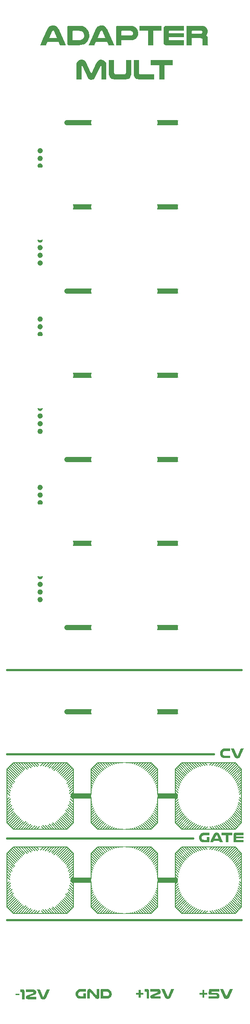
<source format=gto>
G04 #@! TF.GenerationSoftware,KiCad,Pcbnew,8.0.3*
G04 #@! TF.CreationDate,2024-06-29T00:18:08+02:00*
G04 #@! TF.ProjectId,DMH_Adapter_Mult_PANEL,444d485f-4164-4617-9074-65725f4d756c,1*
G04 #@! TF.SameCoordinates,Original*
G04 #@! TF.FileFunction,Legend,Top*
G04 #@! TF.FilePolarity,Positive*
%FSLAX46Y46*%
G04 Gerber Fmt 4.6, Leading zero omitted, Abs format (unit mm)*
G04 Created by KiCad (PCBNEW 8.0.3) date 2024-06-29 00:18:08*
%MOMM*%
%LPD*%
G01*
G04 APERTURE LIST*
%ADD10C,0.200000*%
%ADD11C,1.000000*%
%ADD12C,0.550000*%
%ADD13C,0.400000*%
%ADD14C,0.100000*%
%ADD15C,0.500000*%
%ADD16C,0.500000*%
%ADD17C,12.000000*%
%ADD18C,4.000000*%
%ADD19C,13.000000*%
%ADD20C,2.600000*%
G04 APERTURE END LIST*
D10*
X82250000Y-224000000D02*
X83750000Y-222500000D01*
X92250000Y-211500000D02*
X90500000Y-213250000D01*
X80250000Y-206500000D02*
X82000000Y-204750000D01*
X91750000Y-194500000D02*
X93000000Y-195750000D01*
X96500000Y-197250000D02*
X97750000Y-198500000D01*
X92500000Y-206750000D02*
X90750000Y-205000000D01*
X93000000Y-206250000D02*
X91750000Y-207500000D01*
X126000000Y-199250000D02*
X125250000Y-200000000D01*
X126000000Y-203750000D02*
X125000000Y-202750000D01*
X80750000Y-211500000D02*
X82500000Y-213250000D01*
X105250000Y-211000000D02*
X104500000Y-211750000D01*
X124250000Y-224000000D02*
X122750000Y-222500000D01*
X106750000Y-211000000D02*
X105500000Y-212250000D01*
X88250000Y-224000000D02*
X87500000Y-223250000D01*
X126000000Y-206250000D02*
X124750000Y-207500000D01*
X104200000Y-211000000D02*
X103600000Y-211600000D01*
X125000000Y-207250000D02*
X123250000Y-205500000D01*
X126000000Y-203250000D02*
X125250000Y-202500000D01*
X114250000Y-194500000D02*
X119500000Y-194500000D01*
X101800000Y-207500000D02*
X102400000Y-206900000D01*
X109500000Y-218700000D02*
X108900000Y-218100000D01*
X123750000Y-224000000D02*
X122500000Y-222750000D01*
X113000000Y-218250000D02*
X113500000Y-217750000D01*
X120250000Y-207500000D02*
X119750000Y-207000000D01*
X87700000Y-211000000D02*
X87100000Y-211600000D01*
X98250000Y-224000000D02*
X99750000Y-222500000D01*
X89750000Y-211000000D02*
X88750000Y-212000000D01*
X109500000Y-221250000D02*
X108250000Y-220000000D01*
X119500000Y-207500000D02*
X114250000Y-207500000D01*
D11*
X109250000Y-168000000D02*
X113250000Y-168000000D01*
D10*
X108500000Y-207250000D02*
X106750000Y-205500000D01*
X109500000Y-196750000D02*
X108250000Y-198000000D01*
X91250000Y-211000000D02*
X89750000Y-212500000D01*
X126000000Y-204750000D02*
X124750000Y-203500000D01*
X109500000Y-220750000D02*
X108500000Y-219750000D01*
X109500000Y-215750000D02*
X108750000Y-216500000D01*
X113000000Y-198750000D02*
X113750000Y-199500000D01*
X104250000Y-224000000D02*
X103500000Y-223250000D01*
X103750000Y-224000000D02*
X103250000Y-223500000D01*
X104750000Y-194500000D02*
X104050000Y-195200000D01*
X81750000Y-211000000D02*
X83250000Y-212500000D01*
X96750000Y-212000000D02*
X98500000Y-213750000D01*
X92750000Y-206500000D02*
X91000000Y-204750000D01*
X80000000Y-219750000D02*
X80750000Y-219000000D01*
X113000000Y-206250000D02*
X114750000Y-204500000D01*
X90750000Y-224000000D02*
X89500000Y-222750000D01*
D11*
X91750000Y-102000000D02*
X96750000Y-102000000D01*
D10*
X93000000Y-214250000D02*
X92000000Y-215250000D01*
X114750000Y-211000000D02*
X116250000Y-212500000D01*
X126000000Y-219250000D02*
X125300000Y-218550000D01*
X92250000Y-223500000D02*
X90500000Y-221750000D01*
X96500000Y-217500000D02*
X96500000Y-212250000D01*
X80000000Y-204250000D02*
X81000000Y-203250000D01*
X80000000Y-198250000D02*
X81000000Y-199250000D01*
X113500000Y-223250000D02*
X115250000Y-221500000D01*
X113000000Y-217500000D02*
X113000000Y-212250000D01*
X125250000Y-211500000D02*
X123500000Y-213250000D01*
X100750000Y-207500000D02*
X101500000Y-206750000D01*
X97750000Y-211000000D02*
X99500000Y-212750000D01*
X109500000Y-205750000D02*
X108000000Y-204250000D01*
X106750000Y-207500000D02*
X105500000Y-206250000D01*
X126000000Y-198250000D02*
X125000000Y-199250000D01*
D12*
X86775000Y-95000000D02*
G75*
G02*
X86225000Y-95000000I-275000J0D01*
G01*
X86225000Y-95000000D02*
G75*
G02*
X86775000Y-95000000I275000J0D01*
G01*
D10*
X101800000Y-224000000D02*
X102400000Y-223400000D01*
X113000000Y-218750000D02*
X113750000Y-218000000D01*
X115250000Y-211000000D02*
X116500000Y-212250000D01*
X80000000Y-214250000D02*
X81000000Y-215250000D01*
X109500000Y-204750000D02*
X108250000Y-203500000D01*
X126000000Y-222750000D02*
X124750000Y-224000000D01*
X126000000Y-222750000D02*
X124250000Y-221000000D01*
X80000000Y-196750000D02*
X81500000Y-198250000D01*
X109500000Y-201000000D02*
X109500000Y-206250000D01*
X126000000Y-213250000D02*
X124750000Y-214500000D01*
X80250000Y-212000000D02*
X82000000Y-213750000D01*
X87750000Y-224000000D02*
X87000000Y-223250000D01*
X113250000Y-212000000D02*
X115000000Y-213750000D01*
X80000000Y-212250000D02*
X81750000Y-214000000D01*
X113250000Y-206500000D02*
X115000000Y-204750000D01*
X96500000Y-204250000D02*
X97500000Y-203250000D01*
X100750000Y-211000000D02*
X101500000Y-211750000D01*
D12*
X86775000Y-125000000D02*
G75*
G02*
X86225000Y-125000000I-275000J0D01*
G01*
X86225000Y-125000000D02*
G75*
G02*
X86775000Y-125000000I275000J0D01*
G01*
D10*
X81250000Y-211000000D02*
X83000000Y-212750000D01*
X93000000Y-214750000D02*
X92000000Y-215750000D01*
X96500000Y-215250000D02*
X97250000Y-216000000D01*
X121750000Y-207500000D02*
X121000000Y-206750000D01*
X113000000Y-206250000D02*
X113000000Y-201000000D01*
X108750000Y-223500000D02*
X107000000Y-221750000D01*
X109000000Y-195250000D02*
X107250000Y-197000000D01*
X98250000Y-207500000D02*
X99750000Y-206000000D01*
X115750000Y-224000000D02*
X117000000Y-222750000D01*
X113000000Y-203250000D02*
X113750000Y-202500000D01*
X114250000Y-211000000D02*
X119500000Y-211000000D01*
X107750000Y-207500000D02*
X106250000Y-206000000D01*
X96750000Y-206500000D02*
X98500000Y-204750000D01*
X113000000Y-202250000D02*
X113750000Y-201500000D01*
X96500000Y-200300000D02*
X97100000Y-200900000D01*
X113250000Y-195500000D02*
X115000000Y-197250000D01*
X96500000Y-222750000D02*
X96500000Y-217500000D01*
X113000000Y-220250000D02*
X114000000Y-219250000D01*
X89750000Y-207500000D02*
X88750000Y-206500000D01*
X96500000Y-220250000D02*
X97500000Y-219250000D01*
X107750000Y-194500000D02*
X106250000Y-196000000D01*
D12*
X86775000Y-140500000D02*
G75*
G02*
X86225000Y-140500000I-275000J0D01*
G01*
X86225000Y-140500000D02*
G75*
G02*
X86775000Y-140500000I275000J0D01*
G01*
D10*
X92000000Y-194750000D02*
X90250000Y-196500000D01*
X108250000Y-207500000D02*
X103000000Y-207500000D01*
X91250000Y-207500000D02*
X89750000Y-206000000D01*
X89250000Y-207500000D02*
X88250000Y-206500000D01*
X80750000Y-207000000D02*
X82500000Y-205250000D01*
X115750000Y-211000000D02*
X117000000Y-212250000D01*
X97500000Y-194750000D02*
X99250000Y-196500000D01*
X80000000Y-218750000D02*
X80750000Y-218000000D01*
X107250000Y-224000000D02*
X106000000Y-222750000D01*
D12*
X86775000Y-109000000D02*
G75*
G02*
X86225000Y-109000000I-275000J0D01*
G01*
X86225000Y-109000000D02*
G75*
G02*
X86775000Y-109000000I275000J0D01*
G01*
D10*
X117750000Y-207500000D02*
X118450000Y-206800000D01*
X96500000Y-196750000D02*
X98000000Y-198250000D01*
X96500000Y-205750000D02*
X98000000Y-204250000D01*
X117250000Y-211000000D02*
X118000000Y-211750000D01*
X96500000Y-212250000D02*
X97750000Y-211000000D01*
X108250000Y-224000000D02*
X106500000Y-222250000D01*
X84750000Y-224000000D02*
X85450000Y-223300000D01*
X125500000Y-206750000D02*
X123750000Y-205000000D01*
X105750000Y-224000000D02*
X104750000Y-223000000D01*
D12*
X86775000Y-76000000D02*
G75*
G02*
X86225000Y-76000000I-275000J0D01*
G01*
X86225000Y-76000000D02*
G75*
G02*
X86775000Y-76000000I275000J0D01*
G01*
D10*
X113750000Y-223500000D02*
X115500000Y-221750000D01*
X89250000Y-211000000D02*
X88250000Y-212000000D01*
X109500000Y-216750000D02*
X109000000Y-217250000D01*
X114750000Y-224000000D02*
X116250000Y-222500000D01*
X101250000Y-194500000D02*
X102000000Y-195250000D01*
D12*
X86775000Y-143500000D02*
G75*
G02*
X86225000Y-143500000I-275000J0D01*
G01*
X86225000Y-143500000D02*
G75*
G02*
X86775000Y-143500000I275000J0D01*
G01*
D10*
X109500000Y-206250000D02*
X108250000Y-207500000D01*
X96500000Y-222750000D02*
X98250000Y-221000000D01*
X93000000Y-196750000D02*
X91750000Y-198000000D01*
X80000000Y-201000000D02*
X80000000Y-195750000D01*
X92000000Y-211250000D02*
X90250000Y-213000000D01*
X116750000Y-207500000D02*
X117750000Y-206500000D01*
D11*
X93000000Y-217500000D02*
X96500000Y-217500000D01*
D10*
X83250000Y-194500000D02*
X84250000Y-195500000D01*
X113000000Y-222750000D02*
X114750000Y-221000000D01*
D13*
X80000000Y-225250000D02*
X126000000Y-225250000D01*
D10*
X93000000Y-198250000D02*
X92000000Y-199250000D01*
X98750000Y-224000000D02*
X100250000Y-222500000D01*
X99750000Y-224000000D02*
X100750000Y-223000000D01*
X109500000Y-199750000D02*
X108750000Y-200500000D01*
X80000000Y-221250000D02*
X81250000Y-220000000D01*
X96500000Y-216800000D02*
X97100000Y-217400000D01*
X86500000Y-194500000D02*
X91750000Y-194500000D01*
X96500000Y-204750000D02*
X97750000Y-203500000D01*
X109500000Y-206250000D02*
X107750000Y-204500000D01*
X96500000Y-195750000D02*
X98250000Y-197500000D01*
X80000000Y-197750000D02*
X81000000Y-198750000D01*
X93000000Y-212750000D02*
X91500000Y-214250000D01*
X84750000Y-194500000D02*
X85500000Y-195250000D01*
X80000000Y-222750000D02*
X80000000Y-217500000D01*
X97000000Y-195250000D02*
X98750000Y-197000000D01*
X97250000Y-223500000D02*
X99000000Y-221750000D01*
X96500000Y-198250000D02*
X97500000Y-199250000D01*
X126000000Y-215750000D02*
X125250000Y-216500000D01*
X80750000Y-223500000D02*
X82500000Y-221750000D01*
X81750000Y-207500000D02*
X83250000Y-206000000D01*
X126000000Y-206250000D02*
X124250000Y-204500000D01*
X104750000Y-211000000D02*
X104050000Y-211700000D01*
X113000000Y-213750000D02*
X114250000Y-215000000D01*
D12*
X86775000Y-158000000D02*
G75*
G02*
X86225000Y-158000000I-275000J0D01*
G01*
X86225000Y-158000000D02*
G75*
G02*
X86775000Y-158000000I275000J0D01*
G01*
D10*
X88250000Y-207500000D02*
X87500000Y-206750000D01*
X97500000Y-211250000D02*
X99250000Y-213000000D01*
X80000000Y-216300000D02*
X80600000Y-216900000D01*
X113000000Y-220750000D02*
X114000000Y-219750000D01*
X126000000Y-196250000D02*
X124500000Y-197750000D01*
X93000000Y-199750000D02*
X92250000Y-200500000D01*
X93000000Y-202200000D02*
X92400000Y-201600000D01*
X84250000Y-194500000D02*
X85000000Y-195250000D01*
X83750000Y-211000000D02*
X84750000Y-212000000D01*
D11*
X91750000Y-69000000D02*
X96750000Y-69000000D01*
D10*
X93000000Y-215250000D02*
X92250000Y-216000000D01*
X88250000Y-211000000D02*
X87550000Y-211700000D01*
X114000000Y-211250000D02*
X115750000Y-213000000D01*
X109500000Y-222750000D02*
X107750000Y-221000000D01*
X85750000Y-211000000D02*
X86250000Y-211500000D01*
X121750000Y-224000000D02*
X121000000Y-223250000D01*
X113000000Y-198250000D02*
X114000000Y-199250000D01*
X96500000Y-196250000D02*
X98000000Y-197750000D01*
X96500000Y-201000000D02*
X96500000Y-195750000D01*
X81750000Y-194500000D02*
X83250000Y-196000000D01*
X80500000Y-223250000D02*
X82250000Y-221500000D01*
X96500000Y-205250000D02*
X97750000Y-204000000D01*
X123250000Y-194500000D02*
X122000000Y-195750000D01*
X88750000Y-224000000D02*
X88000000Y-223250000D01*
X117250000Y-207500000D02*
X118000000Y-206750000D01*
X97750000Y-194500000D02*
X103000000Y-194500000D01*
X108750000Y-211500000D02*
X107000000Y-213250000D01*
X96500000Y-215750000D02*
X97200000Y-216450000D01*
X118750000Y-211000000D02*
X119250000Y-211500000D01*
X96500000Y-201750000D02*
X97000000Y-201250000D01*
X116250000Y-224000000D02*
X117250000Y-223000000D01*
X124750000Y-211000000D02*
X123000000Y-212750000D01*
X98750000Y-194500000D02*
X100000000Y-195750000D01*
X96500000Y-219750000D02*
X97250000Y-219000000D01*
X117250000Y-194500000D02*
X118000000Y-195250000D01*
X82750000Y-211000000D02*
X84000000Y-212250000D01*
X113000000Y-222750000D02*
X113000000Y-217500000D01*
X116750000Y-224000000D02*
X117750000Y-223000000D01*
X82250000Y-207500000D02*
X83750000Y-206000000D01*
X105250000Y-224000000D02*
X104500000Y-223250000D01*
X109250000Y-223000000D02*
X107500000Y-221250000D01*
X126000000Y-220250000D02*
X125000000Y-219250000D01*
X126000000Y-213750000D02*
X124750000Y-215000000D01*
X114250000Y-194500000D02*
X116000000Y-196250000D01*
X124250000Y-207500000D02*
X122750000Y-206000000D01*
X123250000Y-224000000D02*
X122000000Y-222750000D01*
D11*
X109250000Y-184500000D02*
X113250000Y-184500000D01*
D10*
X109500000Y-198250000D02*
X108500000Y-199250000D01*
X124750000Y-207500000D02*
X123000000Y-205750000D01*
X80000000Y-220250000D02*
X81000000Y-219250000D01*
X113000000Y-212250000D02*
X114250000Y-211000000D01*
X85800000Y-207500000D02*
X86400000Y-206900000D01*
X124250000Y-194500000D02*
X122750000Y-196000000D01*
X82750000Y-224000000D02*
X84000000Y-222750000D01*
X116750000Y-194500000D02*
X117750000Y-195500000D01*
X96500000Y-212250000D02*
X98250000Y-214000000D01*
X114250000Y-224000000D02*
X116000000Y-222250000D01*
X81000000Y-211250000D02*
X82750000Y-213000000D01*
X109500000Y-197250000D02*
X108250000Y-198500000D01*
X126000000Y-198750000D02*
X125250000Y-199500000D01*
X80000000Y-206250000D02*
X80000000Y-201000000D01*
X109500000Y-196250000D02*
X108000000Y-197750000D01*
X109500000Y-213250000D02*
X108250000Y-214500000D01*
X113000000Y-197250000D02*
X114250000Y-198500000D01*
X103700000Y-211000000D02*
X103100000Y-211600000D01*
X113000000Y-202750000D02*
X113750000Y-202000000D01*
X84750000Y-211000000D02*
X85500000Y-211750000D01*
X80500000Y-206750000D02*
X82250000Y-205000000D01*
X99250000Y-224000000D02*
X100500000Y-222750000D01*
X107250000Y-194500000D02*
X105750000Y-196000000D01*
X100250000Y-224000000D02*
X101250000Y-223000000D01*
X80000000Y-199250000D02*
X80700000Y-199950000D01*
X93000000Y-222750000D02*
X91250000Y-221000000D01*
X101750000Y-211000000D02*
X102500000Y-211750000D01*
X96500000Y-221750000D02*
X97750000Y-220500000D01*
X117750000Y-194500000D02*
X118500000Y-195250000D01*
X104750000Y-224000000D02*
X104000000Y-223250000D01*
X96500000Y-218250000D02*
X97000000Y-217750000D01*
X93000000Y-220250000D02*
X92000000Y-219250000D01*
D12*
X86775000Y-96500000D02*
G75*
G02*
X86225000Y-96500000I-275000J0D01*
G01*
X86225000Y-96500000D02*
G75*
G02*
X86775000Y-96500000I275000J0D01*
G01*
D10*
X80000000Y-213750000D02*
X81250000Y-215000000D01*
X80000000Y-205250000D02*
X81250000Y-204000000D01*
X97250000Y-207000000D02*
X99000000Y-205250000D01*
X83250000Y-224000000D02*
X84250000Y-223000000D01*
X93000000Y-222750000D02*
X91750000Y-224000000D01*
X126000000Y-218700000D02*
X125400000Y-218100000D01*
X80000000Y-212750000D02*
X81500000Y-214250000D01*
X81250000Y-194500000D02*
X83000000Y-196250000D01*
X121750000Y-211000000D02*
X121000000Y-211750000D01*
X126000000Y-205250000D02*
X124500000Y-203750000D01*
X85250000Y-194500000D02*
X86000000Y-195250000D01*
X89250000Y-194500000D02*
X88250000Y-195500000D01*
D12*
X86775000Y-126500000D02*
G75*
G02*
X86225000Y-126500000I-275000J0D01*
G01*
X86225000Y-126500000D02*
G75*
G02*
X86775000Y-126500000I275000J0D01*
G01*
D10*
X93000000Y-205250000D02*
X91500000Y-203750000D01*
X109500000Y-214750000D02*
X108500000Y-215750000D01*
X126000000Y-215250000D02*
X125250000Y-216000000D01*
X96500000Y-214750000D02*
X97500000Y-215750000D01*
X118800000Y-224000000D02*
X119400000Y-223400000D01*
X80000000Y-202750000D02*
X80750000Y-202000000D01*
X91750000Y-211000000D02*
X90000000Y-212750000D01*
X84250000Y-211000000D02*
X85000000Y-211750000D01*
X93000000Y-205750000D02*
X91500000Y-204250000D01*
X125750000Y-206500000D02*
X124000000Y-204750000D01*
X98250000Y-211000000D02*
X99750000Y-212500000D01*
X100750000Y-194500000D02*
X101500000Y-195250000D01*
X80750000Y-195000000D02*
X82500000Y-196750000D01*
X109500000Y-212750000D02*
X108000000Y-214250000D01*
X80000000Y-222250000D02*
X81500000Y-220750000D01*
X93000000Y-217500000D02*
X93000000Y-222750000D01*
X113000000Y-212250000D02*
X114750000Y-214000000D01*
X108250000Y-224000000D02*
X103000000Y-224000000D01*
X114250000Y-207500000D02*
X116000000Y-205750000D01*
X113000000Y-215750000D02*
X113700000Y-216450000D01*
D12*
X86775000Y-159500000D02*
G75*
G02*
X86225000Y-159500000I-275000J0D01*
G01*
X86225000Y-159500000D02*
G75*
G02*
X86775000Y-159500000I275000J0D01*
G01*
D10*
X126000000Y-221750000D02*
X124500000Y-220250000D01*
X93000000Y-212250000D02*
X93000000Y-217500000D01*
X92250000Y-207000000D02*
X90500000Y-205250000D01*
X80250000Y-223000000D02*
X82000000Y-221250000D01*
X90250000Y-211000000D02*
X89000000Y-212250000D01*
X93000000Y-199250000D02*
X92250000Y-200000000D01*
D12*
X86775000Y-74500000D02*
G75*
G02*
X86225000Y-74500000I-275000J0D01*
G01*
X86225000Y-74500000D02*
G75*
G02*
X86775000Y-74500000I275000J0D01*
G01*
D10*
X93000000Y-215750000D02*
X92250000Y-216500000D01*
X82250000Y-194500000D02*
X83500000Y-195750000D01*
X113000000Y-205750000D02*
X114500000Y-204250000D01*
X98250000Y-194500000D02*
X99750000Y-196000000D01*
X80000000Y-203750000D02*
X81000000Y-202750000D01*
X113000000Y-216300000D02*
X113600000Y-216900000D01*
X126000000Y-201700000D02*
X125400000Y-201100000D01*
X101750000Y-194500000D02*
X102500000Y-195250000D01*
X97750000Y-224000000D02*
X96500000Y-222750000D01*
X93000000Y-201000000D02*
X93000000Y-206250000D01*
X105750000Y-211000000D02*
X104750000Y-212000000D01*
X93000000Y-200250000D02*
X92500000Y-200750000D01*
X113000000Y-195750000D02*
X114750000Y-197500000D01*
X99750000Y-207500000D02*
X100750000Y-206500000D01*
X124250000Y-211000000D02*
X122750000Y-212500000D01*
X116750000Y-211000000D02*
X117750000Y-212000000D01*
X102250000Y-194500000D02*
X102750000Y-195000000D01*
X113000000Y-212750000D02*
X114500000Y-214250000D01*
X84250000Y-207500000D02*
X85000000Y-206750000D01*
X96500000Y-203250000D02*
X97250000Y-202500000D01*
X80000000Y-204750000D02*
X81250000Y-203500000D01*
X96500000Y-199800000D02*
X97100000Y-200400000D01*
X113000000Y-195750000D02*
X114250000Y-194500000D01*
X91750000Y-224000000D02*
X90000000Y-222250000D01*
X126000000Y-220750000D02*
X125000000Y-219750000D01*
X109500000Y-222750000D02*
X108250000Y-224000000D01*
X113000000Y-214750000D02*
X114000000Y-215750000D01*
X126000000Y-202750000D02*
X125300000Y-202050000D01*
X126000000Y-196750000D02*
X124750000Y-198000000D01*
X85750000Y-194500000D02*
X86250000Y-195000000D01*
X113000000Y-201750000D02*
X113500000Y-201250000D01*
X108250000Y-194500000D02*
X106500000Y-196250000D01*
X88750000Y-211000000D02*
X88000000Y-211750000D01*
X80000000Y-198750000D02*
X80750000Y-199500000D01*
X120250000Y-224000000D02*
X119750000Y-223500000D01*
X125250000Y-207000000D02*
X123500000Y-205250000D01*
X118300000Y-207500000D02*
X118900000Y-206900000D01*
X86500000Y-207500000D02*
X81250000Y-207500000D01*
X106250000Y-211000000D02*
X105250000Y-212000000D01*
X109500000Y-219250000D02*
X108800000Y-218550000D01*
X122250000Y-207500000D02*
X121250000Y-206500000D01*
X100250000Y-207500000D02*
X101250000Y-206500000D01*
X126000000Y-218200000D02*
X125400000Y-217600000D01*
X125000000Y-223750000D02*
X123250000Y-222000000D01*
X126000000Y-202200000D02*
X125400000Y-201600000D01*
X93000000Y-195750000D02*
X93000000Y-201000000D01*
D12*
X86775000Y-93500000D02*
G75*
G02*
X86225000Y-93500000I-275000J0D01*
G01*
X86225000Y-93500000D02*
G75*
G02*
X86775000Y-93500000I275000J0D01*
G01*
D10*
X96500000Y-213250000D02*
X98000000Y-214750000D01*
X96500000Y-202750000D02*
X97250000Y-202000000D01*
X90250000Y-207500000D02*
X89000000Y-206250000D01*
X97000000Y-211750000D02*
X98750000Y-213500000D01*
X87200000Y-211000000D02*
X86600000Y-211600000D01*
X109250000Y-206500000D02*
X107500000Y-204750000D01*
X119500000Y-194500000D02*
X124750000Y-194500000D01*
X96500000Y-202250000D02*
X97250000Y-201500000D01*
X126000000Y-212750000D02*
X124500000Y-214250000D01*
X113000000Y-204250000D02*
X114000000Y-203250000D01*
X85800000Y-224000000D02*
X86400000Y-223400000D01*
X109500000Y-216250000D02*
X108750000Y-217000000D01*
X97750000Y-207500000D02*
X99500000Y-205750000D01*
X84750000Y-207500000D02*
X85450000Y-206800000D01*
X126000000Y-214750000D02*
X125000000Y-215750000D01*
X96500000Y-198750000D02*
X97250000Y-199500000D01*
X106750000Y-194500000D02*
X105500000Y-195750000D01*
X109500000Y-197750000D02*
X108500000Y-198750000D01*
X87250000Y-224000000D02*
X86750000Y-223500000D01*
D11*
X91750000Y-135000000D02*
X96750000Y-135000000D01*
D10*
X107750000Y-224000000D02*
X106250000Y-222500000D01*
X121750000Y-194500000D02*
X121000000Y-195250000D01*
X126000000Y-217500000D02*
X126000000Y-222750000D01*
X86500000Y-211000000D02*
X91750000Y-211000000D01*
X83750000Y-224000000D02*
X84750000Y-223000000D01*
X126000000Y-212250000D02*
X124250000Y-214000000D01*
X92250000Y-195000000D02*
X90500000Y-196750000D01*
X104750000Y-207500000D02*
X104000000Y-206750000D01*
X113000000Y-219250000D02*
X113750000Y-218500000D01*
X80500000Y-195250000D02*
X82250000Y-197000000D01*
X109500000Y-222250000D02*
X108000000Y-220750000D01*
D12*
X86775000Y-110500000D02*
G75*
G02*
X86225000Y-110500000I-275000J0D01*
G01*
X86225000Y-110500000D02*
G75*
G02*
X86775000Y-110500000I275000J0D01*
G01*
D10*
X113000000Y-197750000D02*
X114000000Y-198750000D01*
X120200000Y-194500000D02*
X119600000Y-195100000D01*
X80000000Y-196250000D02*
X81500000Y-197750000D01*
D12*
X86775000Y-161000000D02*
G75*
G02*
X86225000Y-161000000I-275000J0D01*
G01*
X86225000Y-161000000D02*
G75*
G02*
X86775000Y-161000000I275000J0D01*
G01*
D10*
X97750000Y-194500000D02*
X99500000Y-196250000D01*
X88750000Y-207500000D02*
X88000000Y-206750000D01*
X108250000Y-194500000D02*
X109500000Y-195750000D01*
X113000000Y-201000000D02*
X113000000Y-195750000D01*
X96500000Y-206250000D02*
X96500000Y-201000000D01*
X116250000Y-211000000D02*
X117250000Y-212000000D01*
X93000000Y-213250000D02*
X91750000Y-214500000D01*
D11*
X91750000Y-184500000D02*
X96750000Y-184500000D01*
D10*
X118300000Y-224000000D02*
X118900000Y-223400000D01*
X96500000Y-218750000D02*
X97250000Y-218000000D01*
X109500000Y-202750000D02*
X108800000Y-202050000D01*
X108500000Y-194750000D02*
X106750000Y-196500000D01*
X98750000Y-211000000D02*
X100000000Y-212250000D01*
X104250000Y-207500000D02*
X103500000Y-206750000D01*
X109500000Y-213750000D02*
X108250000Y-215000000D01*
X108750000Y-195000000D02*
X107000000Y-196750000D01*
X96500000Y-219250000D02*
X97250000Y-218500000D01*
X115750000Y-207500000D02*
X117000000Y-206250000D01*
X109500000Y-212250000D02*
X107750000Y-214000000D01*
X100250000Y-194500000D02*
X101250000Y-195500000D01*
X107250000Y-211000000D02*
X105750000Y-212500000D01*
X113000000Y-196250000D02*
X114500000Y-197750000D01*
X109000000Y-211750000D02*
X107250000Y-213500000D01*
X121250000Y-194500000D02*
X120550000Y-195200000D01*
X92000000Y-223750000D02*
X90250000Y-222000000D01*
X116250000Y-194500000D02*
X117250000Y-195500000D01*
X85250000Y-211000000D02*
X86000000Y-211750000D01*
X115250000Y-194500000D02*
X116500000Y-195750000D01*
X122750000Y-207500000D02*
X121750000Y-206500000D01*
X97000000Y-206750000D02*
X98750000Y-205000000D01*
X108250000Y-207500000D02*
X106500000Y-205750000D01*
X122250000Y-211000000D02*
X121250000Y-212000000D01*
X109250000Y-195500000D02*
X107500000Y-197250000D01*
X81750000Y-224000000D02*
X83250000Y-222500000D01*
X80000000Y-219250000D02*
X80750000Y-218500000D01*
X97250000Y-195000000D02*
X99000000Y-196750000D01*
X109500000Y-195750000D02*
X109500000Y-201000000D01*
X96500000Y-216300000D02*
X97100000Y-216900000D01*
X103000000Y-207500000D02*
X97750000Y-207500000D01*
X114750000Y-207500000D02*
X116250000Y-206000000D01*
X109500000Y-215250000D02*
X108750000Y-216000000D01*
X109500000Y-200250000D02*
X109000000Y-200750000D01*
X81250000Y-207500000D02*
X80000000Y-206250000D01*
X124750000Y-194500000D02*
X126000000Y-195750000D01*
X124750000Y-211000000D02*
X126000000Y-212250000D01*
X123750000Y-211000000D02*
X122250000Y-212500000D01*
X102300000Y-207500000D02*
X102900000Y-206900000D01*
X81000000Y-194750000D02*
X82750000Y-196500000D01*
D13*
X80000000Y-192750000D02*
X120500000Y-192750000D01*
D10*
X100750000Y-224000000D02*
X101500000Y-223250000D01*
X115250000Y-224000000D02*
X116750000Y-222500000D01*
X81000000Y-223750000D02*
X82750000Y-222000000D01*
D11*
X109250000Y-85500000D02*
X113250000Y-85500000D01*
D10*
X122750000Y-211000000D02*
X121750000Y-212000000D01*
X105250000Y-194500000D02*
X104500000Y-195250000D01*
D11*
X109250000Y-135000000D02*
X113250000Y-135000000D01*
D10*
X113000000Y-219750000D02*
X113750000Y-219000000D01*
X125750000Y-223000000D02*
X124000000Y-221250000D01*
X113000000Y-204750000D02*
X114250000Y-203500000D01*
X109500000Y-203750000D02*
X108500000Y-202750000D01*
X92750000Y-212000000D02*
X91000000Y-213750000D01*
X114750000Y-194500000D02*
X116250000Y-196000000D01*
X107750000Y-211000000D02*
X106250000Y-212500000D01*
X96750000Y-223000000D02*
X98500000Y-221250000D01*
X113750000Y-207000000D02*
X115500000Y-205250000D01*
X82250000Y-211000000D02*
X83500000Y-212250000D01*
X80000000Y-212250000D02*
X81250000Y-211000000D01*
X97250000Y-211500000D02*
X99000000Y-213250000D01*
X93000000Y-221250000D02*
X91750000Y-220000000D01*
X114250000Y-224000000D02*
X113000000Y-222750000D01*
X93000000Y-195750000D02*
X91250000Y-197500000D01*
X93000000Y-218200000D02*
X92400000Y-217600000D01*
X101250000Y-224000000D02*
X101950000Y-223300000D01*
X104200000Y-194500000D02*
X103600000Y-195100000D01*
X122250000Y-224000000D02*
X121250000Y-223000000D01*
X125000000Y-194750000D02*
X123250000Y-196500000D01*
X89250000Y-224000000D02*
X88250000Y-223000000D01*
X97750000Y-211000000D02*
X103000000Y-211000000D01*
X92750000Y-223000000D02*
X91000000Y-221250000D01*
X83250000Y-211000000D02*
X84250000Y-212000000D01*
X96500000Y-222250000D02*
X98000000Y-220750000D01*
X114000000Y-223750000D02*
X115750000Y-222000000D01*
X106250000Y-194500000D02*
X105250000Y-195500000D01*
X113750000Y-211500000D02*
X115500000Y-213250000D01*
X80000000Y-197250000D02*
X81250000Y-198500000D01*
X96500000Y-197750000D02*
X97500000Y-198750000D01*
X121250000Y-211000000D02*
X120550000Y-211700000D01*
X109500000Y-217500000D02*
X109500000Y-222750000D01*
X123250000Y-211000000D02*
X122000000Y-212250000D01*
X103750000Y-207500000D02*
X103250000Y-207000000D01*
X103000000Y-224000000D02*
X97750000Y-224000000D01*
X83750000Y-207500000D02*
X84750000Y-206500000D01*
X113000000Y-200300000D02*
X113600000Y-200900000D01*
X113000000Y-196750000D02*
X114500000Y-198250000D01*
X81250000Y-207500000D02*
X83000000Y-205750000D01*
X109500000Y-202200000D02*
X108900000Y-201600000D01*
X126000000Y-201000000D02*
X126000000Y-206250000D01*
X115750000Y-194500000D02*
X117000000Y-195750000D01*
X119500000Y-224000000D02*
X114250000Y-224000000D01*
X109500000Y-205250000D02*
X108000000Y-203750000D01*
X109500000Y-195750000D02*
X107750000Y-197500000D01*
X80000000Y-217500000D02*
X80000000Y-212250000D01*
X114250000Y-211000000D02*
X116000000Y-212750000D01*
X92500000Y-223250000D02*
X90750000Y-221500000D01*
X93000000Y-201700000D02*
X92400000Y-201100000D01*
D12*
X86775000Y-129500000D02*
G75*
G02*
X86225000Y-129500000I-275000J0D01*
G01*
X86225000Y-129500000D02*
G75*
G02*
X86775000Y-129500000I275000J0D01*
G01*
D10*
X92000000Y-207250000D02*
X90250000Y-205500000D01*
D13*
X80000000Y-209250000D02*
X116500000Y-209250000D01*
D10*
X108750000Y-207000000D02*
X107000000Y-205250000D01*
X80000000Y-205750000D02*
X81500000Y-204250000D01*
X120700000Y-194500000D02*
X120100000Y-195100000D01*
X93000000Y-213750000D02*
X91750000Y-215000000D01*
X113000000Y-199250000D02*
X113700000Y-199950000D01*
X93000000Y-202750000D02*
X92300000Y-202050000D01*
D12*
X86775000Y-162500000D02*
G75*
G02*
X86225000Y-162500000I-275000J0D01*
G01*
X86225000Y-162500000D02*
G75*
G02*
X86775000Y-162500000I275000J0D01*
G01*
D10*
X81250000Y-211000000D02*
X86500000Y-211000000D01*
D12*
X86775000Y-92000000D02*
G75*
G02*
X86225000Y-92000000I-275000J0D01*
G01*
X86225000Y-92000000D02*
G75*
G02*
X86775000Y-92000000I275000J0D01*
G01*
D10*
X85300000Y-207500000D02*
X85900000Y-206900000D01*
X80000000Y-221750000D02*
X81250000Y-220500000D01*
X80000000Y-218250000D02*
X80500000Y-217750000D01*
X93000000Y-212250000D02*
X91250000Y-214000000D01*
X117750000Y-224000000D02*
X118450000Y-223300000D01*
X123750000Y-207500000D02*
X122500000Y-206250000D01*
D12*
X86775000Y-107500000D02*
G75*
G02*
X86225000Y-107500000I-275000J0D01*
G01*
X86225000Y-107500000D02*
G75*
G02*
X86775000Y-107500000I275000J0D01*
G01*
D10*
X109500000Y-221750000D02*
X108000000Y-220250000D01*
D12*
X86775000Y-77500000D02*
G75*
G02*
X86225000Y-77500000I-275000J0D01*
G01*
X86225000Y-77500000D02*
G75*
G02*
X86775000Y-77500000I275000J0D01*
G01*
D10*
X108500000Y-211250000D02*
X106750000Y-213000000D01*
X113000000Y-221250000D02*
X114250000Y-220000000D01*
X91750000Y-207500000D02*
X90000000Y-205750000D01*
X126000000Y-197250000D02*
X124750000Y-198500000D01*
X123750000Y-194500000D02*
X122250000Y-196000000D01*
X117750000Y-211000000D02*
X118500000Y-211750000D01*
X113000000Y-222250000D02*
X114500000Y-220750000D01*
X103700000Y-194500000D02*
X103100000Y-195100000D01*
X96500000Y-214250000D02*
X97500000Y-215250000D01*
X113000000Y-216800000D02*
X113600000Y-217400000D01*
X120700000Y-211000000D02*
X120100000Y-211600000D01*
X126000000Y-219750000D02*
X125250000Y-219000000D01*
X114000000Y-207250000D02*
X115750000Y-205500000D01*
X113000000Y-203750000D02*
X114000000Y-202750000D01*
X83250000Y-207500000D02*
X84250000Y-206500000D01*
X113250000Y-223000000D02*
X115000000Y-221250000D01*
D12*
X86775000Y-128000000D02*
G75*
G02*
X86225000Y-128000000I-275000J0D01*
G01*
X86225000Y-128000000D02*
G75*
G02*
X86775000Y-128000000I275000J0D01*
G01*
D11*
X109500000Y-201000000D02*
X113000000Y-201000000D01*
D10*
X113750000Y-195000000D02*
X115500000Y-196750000D01*
X109500000Y-218200000D02*
X108900000Y-217600000D01*
X91750000Y-194500000D02*
X90000000Y-196250000D01*
X109500000Y-219750000D02*
X108750000Y-219000000D01*
X96500000Y-206250000D02*
X98250000Y-204500000D01*
X97500000Y-207250000D02*
X99250000Y-205500000D01*
X123250000Y-207500000D02*
X122000000Y-206250000D01*
X90250000Y-194500000D02*
X89000000Y-195750000D01*
X80000000Y-214750000D02*
X81000000Y-215750000D01*
X96500000Y-199250000D02*
X97200000Y-199950000D01*
X80000000Y-195750000D02*
X81250000Y-194500000D01*
X122750000Y-224000000D02*
X121750000Y-223000000D01*
X118750000Y-194500000D02*
X119250000Y-195000000D01*
D11*
X92750000Y-118500000D02*
X96750000Y-118500000D01*
D10*
X106250000Y-207500000D02*
X105250000Y-206500000D01*
X96500000Y-212750000D02*
X98000000Y-214250000D01*
X109000000Y-223250000D02*
X107250000Y-221500000D01*
X106750000Y-224000000D02*
X105500000Y-222750000D01*
X93000000Y-219250000D02*
X92300000Y-218550000D01*
X126000000Y-195750000D02*
X126000000Y-201000000D01*
X126000000Y-214250000D02*
X125000000Y-215250000D01*
X126000000Y-195750000D02*
X124250000Y-197500000D01*
X96750000Y-195500000D02*
X98500000Y-197250000D01*
X80000000Y-215750000D02*
X80700000Y-216450000D01*
X93000000Y-197250000D02*
X91750000Y-198500000D01*
X109500000Y-198750000D02*
X108750000Y-199500000D01*
X80000000Y-216800000D02*
X80600000Y-217400000D01*
X96500000Y-220750000D02*
X97500000Y-219750000D01*
X97750000Y-224000000D02*
X99500000Y-222250000D01*
X93000000Y-198750000D02*
X92250000Y-199500000D01*
X122750000Y-194500000D02*
X121750000Y-195500000D01*
X109000000Y-206750000D02*
X107250000Y-205000000D01*
X113000000Y-213250000D02*
X114500000Y-214750000D01*
X93000000Y-204750000D02*
X91750000Y-203500000D01*
X93000000Y-218700000D02*
X92400000Y-218100000D01*
X89750000Y-224000000D02*
X88750000Y-223000000D01*
X80250000Y-195500000D02*
X82000000Y-197250000D01*
X120750000Y-207500000D02*
X120000000Y-206750000D01*
D11*
X109250000Y-102000000D02*
X113250000Y-102000000D01*
D10*
X125500000Y-211750000D02*
X123750000Y-213500000D01*
X81000000Y-207250000D02*
X82750000Y-205500000D01*
X93000000Y-196250000D02*
X91500000Y-197750000D01*
X113500000Y-206750000D02*
X115250000Y-205000000D01*
X90750000Y-211000000D02*
X89250000Y-212500000D01*
X113500000Y-211750000D02*
X115250000Y-213500000D01*
X113000000Y-205250000D02*
X114250000Y-204000000D01*
X93000000Y-216250000D02*
X92250000Y-217000000D01*
X101250000Y-211000000D02*
X102000000Y-211750000D01*
X124750000Y-224000000D02*
X123000000Y-222250000D01*
X90750000Y-207500000D02*
X89500000Y-206250000D01*
X90750000Y-194500000D02*
X89250000Y-196000000D01*
X102250000Y-211000000D02*
X102750000Y-211500000D01*
X93000000Y-221750000D02*
X91500000Y-220250000D01*
X118250000Y-211000000D02*
X119000000Y-211750000D01*
X119500000Y-211000000D02*
X124750000Y-211000000D01*
X80000000Y-220750000D02*
X81000000Y-219750000D01*
X93000000Y-204250000D02*
X92000000Y-203250000D01*
X114000000Y-194750000D02*
X115750000Y-196500000D01*
X84250000Y-224000000D02*
X85000000Y-223250000D01*
X93000000Y-222250000D02*
X91500000Y-220750000D01*
X100250000Y-211000000D02*
X101250000Y-212000000D01*
X96500000Y-213750000D02*
X97750000Y-215000000D01*
X93000000Y-203250000D02*
X92250000Y-202500000D01*
X88750000Y-194500000D02*
X88000000Y-195250000D01*
X120200000Y-211000000D02*
X119600000Y-211600000D01*
X125750000Y-212000000D02*
X124000000Y-213750000D01*
X80000000Y-200300000D02*
X80600000Y-200900000D01*
D11*
X92750000Y-85500000D02*
X96750000Y-85500000D01*
D10*
X108500000Y-223750000D02*
X106750000Y-222000000D01*
X105750000Y-194500000D02*
X104750000Y-195500000D01*
X103000000Y-211000000D02*
X108250000Y-211000000D01*
X109500000Y-214250000D02*
X108500000Y-215250000D01*
X99750000Y-194500000D02*
X100750000Y-195500000D01*
X105250000Y-207500000D02*
X104500000Y-206750000D01*
X101250000Y-207500000D02*
X101950000Y-206800000D01*
X122250000Y-194500000D02*
X121250000Y-195500000D01*
X103000000Y-194500000D02*
X108250000Y-194500000D01*
X113500000Y-195250000D02*
X115250000Y-197000000D01*
X109500000Y-199250000D02*
X108750000Y-200000000D01*
X126000000Y-221250000D02*
X124750000Y-220000000D01*
X126000000Y-204250000D02*
X125000000Y-203250000D01*
X93000000Y-203750000D02*
X92000000Y-202750000D01*
X126000000Y-216750000D02*
X125500000Y-217250000D01*
X105750000Y-207500000D02*
X104750000Y-206500000D01*
X126000000Y-212250000D02*
X126000000Y-217500000D01*
X82750000Y-194500000D02*
X84000000Y-195750000D01*
X126000000Y-200250000D02*
X125500000Y-200750000D01*
X126000000Y-197750000D02*
X125000000Y-198750000D01*
D11*
X93000000Y-201000000D02*
X96500000Y-201000000D01*
D10*
X80000000Y-202250000D02*
X80750000Y-201500000D01*
X124750000Y-194500000D02*
X123000000Y-196250000D01*
X83750000Y-194500000D02*
X84750000Y-195500000D01*
X118250000Y-194500000D02*
X119000000Y-195250000D01*
X124750000Y-224000000D02*
X119500000Y-224000000D01*
X126000000Y-205750000D02*
X124500000Y-204250000D01*
X80000000Y-199800000D02*
X80600000Y-200400000D01*
X121250000Y-224000000D02*
X120500000Y-223250000D01*
X80500000Y-211750000D02*
X82250000Y-213500000D01*
X89750000Y-194500000D02*
X88750000Y-195500000D01*
X96500000Y-221250000D02*
X97750000Y-220000000D01*
X99250000Y-211000000D02*
X100500000Y-212250000D01*
D11*
X92750000Y-151500000D02*
X96750000Y-151500000D01*
D10*
X109500000Y-201700000D02*
X108900000Y-201100000D01*
X97500000Y-223750000D02*
X99250000Y-222000000D01*
X93000000Y-219750000D02*
X92250000Y-219000000D01*
X106250000Y-224000000D02*
X105250000Y-223000000D01*
X125500000Y-195250000D02*
X123750000Y-197000000D01*
X90250000Y-224000000D02*
X89000000Y-222750000D01*
D13*
X80000000Y-176300000D02*
X126000000Y-176300000D01*
D10*
X88250000Y-194500000D02*
X87550000Y-195200000D01*
X85300000Y-224000000D02*
X85900000Y-223400000D01*
D11*
X109250000Y-69000000D02*
X113250000Y-69000000D01*
D10*
X87750000Y-207500000D02*
X87000000Y-206750000D01*
X109250000Y-212000000D02*
X107500000Y-213750000D01*
X126000000Y-199750000D02*
X125250000Y-200500000D01*
X117250000Y-224000000D02*
X118000000Y-223250000D01*
X80000000Y-201750000D02*
X80500000Y-201250000D01*
X109500000Y-212250000D02*
X109500000Y-217500000D01*
X82750000Y-207500000D02*
X84000000Y-206250000D01*
X81250000Y-224000000D02*
X80000000Y-222750000D01*
X116250000Y-207500000D02*
X117250000Y-206500000D01*
X92500000Y-195250000D02*
X90750000Y-197000000D01*
D12*
X86775000Y-142000000D02*
G75*
G02*
X86225000Y-142000000I-275000J0D01*
G01*
X86225000Y-142000000D02*
G75*
G02*
X86775000Y-142000000I275000J0D01*
G01*
D10*
X113000000Y-199800000D02*
X113600000Y-200400000D01*
X121250000Y-207500000D02*
X120500000Y-206750000D01*
X87200000Y-194500000D02*
X86600000Y-195100000D01*
X99250000Y-194500000D02*
X100500000Y-195750000D01*
X93000000Y-197750000D02*
X92000000Y-198750000D01*
X81250000Y-194500000D02*
X86500000Y-194500000D01*
X120750000Y-224000000D02*
X120000000Y-223250000D01*
X92750000Y-195500000D02*
X91000000Y-197250000D01*
X124750000Y-207500000D02*
X119500000Y-207500000D01*
X115250000Y-207500000D02*
X116750000Y-206000000D01*
X93000000Y-206250000D02*
X91250000Y-204500000D01*
D11*
X109500000Y-217500000D02*
X113000000Y-217500000D01*
D10*
X107250000Y-207500000D02*
X106000000Y-206250000D01*
X126000000Y-222250000D02*
X124500000Y-220750000D01*
X91750000Y-224000000D02*
X86500000Y-224000000D01*
X92500000Y-211750000D02*
X90750000Y-213500000D01*
X113000000Y-214250000D02*
X114000000Y-215250000D01*
X87250000Y-207500000D02*
X86750000Y-207000000D01*
D11*
X109250000Y-118500000D02*
X113250000Y-118500000D01*
D10*
X113000000Y-221750000D02*
X114250000Y-220500000D01*
X118800000Y-207500000D02*
X119400000Y-206900000D01*
X126000000Y-216250000D02*
X125250000Y-217000000D01*
X87700000Y-194500000D02*
X87100000Y-195100000D01*
X96500000Y-203750000D02*
X97500000Y-202750000D01*
X91250000Y-224000000D02*
X89750000Y-222500000D01*
X99750000Y-211000000D02*
X100750000Y-212000000D01*
X108250000Y-211000000D02*
X109500000Y-212250000D01*
X113000000Y-215250000D02*
X113750000Y-216000000D01*
X109500000Y-204250000D02*
X108500000Y-203250000D01*
X109500000Y-203250000D02*
X108750000Y-202500000D01*
X80000000Y-222750000D02*
X81750000Y-221000000D01*
X81250000Y-224000000D02*
X83000000Y-222250000D01*
X99250000Y-207500000D02*
X100500000Y-206250000D01*
X91250000Y-194500000D02*
X89750000Y-196000000D01*
X80000000Y-203250000D02*
X80750000Y-202500000D01*
X97000000Y-223250000D02*
X98750000Y-221500000D01*
X93000000Y-216750000D02*
X92500000Y-217250000D01*
X108250000Y-211000000D02*
X106500000Y-212750000D01*
X86500000Y-224000000D02*
X81250000Y-224000000D01*
X91750000Y-211000000D02*
X93000000Y-212250000D01*
X125500000Y-223250000D02*
X123750000Y-221500000D01*
D11*
X109250000Y-151500000D02*
X113250000Y-151500000D01*
D10*
X96500000Y-195750000D02*
X97750000Y-194500000D01*
X125250000Y-195000000D02*
X123500000Y-196750000D01*
X114250000Y-207500000D02*
X113000000Y-206250000D01*
X80000000Y-213250000D02*
X81500000Y-214750000D01*
X80000000Y-215250000D02*
X80750000Y-216000000D01*
X93000000Y-220750000D02*
X92000000Y-219750000D01*
X98750000Y-207500000D02*
X100250000Y-206000000D01*
X109500000Y-220250000D02*
X108500000Y-219250000D01*
X125750000Y-195500000D02*
X124000000Y-197250000D01*
X97750000Y-207500000D02*
X96500000Y-206250000D01*
X125000000Y-211250000D02*
X123250000Y-213000000D01*
X91750000Y-207500000D02*
X86500000Y-207500000D01*
X125250000Y-223500000D02*
X123500000Y-221750000D01*
X80000000Y-195750000D02*
X81750000Y-197500000D01*
D11*
X91750000Y-168000000D02*
X96750000Y-168000000D01*
D10*
X102300000Y-224000000D02*
X102900000Y-223400000D01*
X80000000Y-206250000D02*
X81750000Y-204500000D01*
D14*
G36*
X123773762Y-193081744D02*
G01*
X122782624Y-193081744D01*
X122673246Y-193073840D01*
X122567369Y-193046656D01*
X122480050Y-193002087D01*
X122401605Y-192933733D01*
X122342162Y-192851382D01*
X122302272Y-192756008D01*
X122284886Y-192651189D01*
X122284369Y-192629406D01*
X122296558Y-192524126D01*
X122331345Y-192426736D01*
X122386056Y-192340953D01*
X122424076Y-192299678D01*
X122508947Y-192236691D01*
X122603703Y-192197227D01*
X122707086Y-192178092D01*
X122782624Y-192174626D01*
X123773762Y-192174626D01*
X123773762Y-191672951D01*
X122782624Y-191672951D01*
X122671783Y-191677346D01*
X122568080Y-191690247D01*
X122471280Y-191711231D01*
X122359632Y-191748182D01*
X122257945Y-191796273D01*
X122165762Y-191854678D01*
X122082624Y-191922568D01*
X121999996Y-192009415D01*
X121928695Y-192106587D01*
X121869819Y-192212887D01*
X121832399Y-192303695D01*
X121804192Y-192398967D01*
X121785760Y-192498090D01*
X121777664Y-192600451D01*
X121777321Y-192626475D01*
X121783956Y-192743247D01*
X121803355Y-192855338D01*
X121834757Y-192961933D01*
X121877403Y-193062215D01*
X121930531Y-193155369D01*
X121993383Y-193240577D01*
X122021075Y-193272254D01*
X122107962Y-193356020D01*
X122206264Y-193428048D01*
X122293342Y-193476541D01*
X122388100Y-193516362D01*
X122490703Y-193546995D01*
X122601318Y-193567925D01*
X122720110Y-193578636D01*
X122782624Y-193580000D01*
X123773762Y-193580000D01*
X123773762Y-193081744D01*
G37*
G36*
X124638870Y-193262972D02*
G01*
X124693980Y-193364560D01*
X124759780Y-193448300D01*
X124836730Y-193514452D01*
X124925288Y-193563272D01*
X125025911Y-193595016D01*
X125139059Y-193609943D01*
X125187928Y-193611263D01*
X125306837Y-193602991D01*
X125412195Y-193578004D01*
X125504762Y-193536045D01*
X125585299Y-193476857D01*
X125654567Y-193400183D01*
X125713324Y-193305765D01*
X125734055Y-193262972D01*
X126411584Y-191757459D01*
X126442359Y-191672951D01*
X125851291Y-191672951D01*
X125828821Y-191740362D01*
X125269016Y-193052435D01*
X125190370Y-193111542D01*
X125109282Y-193052435D01*
X124543615Y-191740362D01*
X124524076Y-191672951D01*
X123924704Y-191672951D01*
X123955478Y-191757459D01*
X124638870Y-193262972D01*
G37*
G36*
X81653384Y-240048422D02*
G01*
X82414934Y-240048422D01*
X82414934Y-239726510D01*
X81653384Y-239726510D01*
X81653384Y-240048422D01*
G37*
G36*
X82581996Y-238922951D02*
G01*
X82581996Y-239424626D01*
X82892673Y-239424626D01*
X82965192Y-239493937D01*
X82965457Y-239503761D01*
X82965457Y-240830000D01*
X83469574Y-240830000D01*
X83469574Y-239427069D01*
X83463953Y-239304148D01*
X83446127Y-239199511D01*
X83404484Y-239093536D01*
X83338701Y-239014078D01*
X83245958Y-238959995D01*
X83150461Y-238934233D01*
X83034465Y-238923397D01*
X83002093Y-238922951D01*
X82581996Y-238922951D01*
G37*
G36*
X83720656Y-239424626D02*
G01*
X85031263Y-239424626D01*
X85127006Y-239449478D01*
X85159735Y-239529651D01*
X85115304Y-239616735D01*
X85064968Y-239643468D01*
X83958548Y-240092875D01*
X83866531Y-240139360D01*
X83784588Y-240203737D01*
X83722758Y-240286886D01*
X83688175Y-240386657D01*
X83681577Y-240460704D01*
X83695162Y-240562263D01*
X83737090Y-240657408D01*
X83809118Y-240738487D01*
X83893403Y-240789790D01*
X84000830Y-240821585D01*
X84104117Y-240830000D01*
X85722959Y-240830000D01*
X85722959Y-240345910D01*
X84524215Y-240345910D01*
X84493440Y-240317578D01*
X84515911Y-240288757D01*
X85369784Y-239973196D01*
X85475742Y-239922840D01*
X85564806Y-239858377D01*
X85636541Y-239781942D01*
X85690510Y-239695670D01*
X85726277Y-239601697D01*
X85743405Y-239502158D01*
X85744941Y-239461263D01*
X85734720Y-239349635D01*
X85704572Y-239247115D01*
X85655270Y-239155483D01*
X85587587Y-239076519D01*
X85502296Y-239012004D01*
X85400169Y-238963717D01*
X85281979Y-238933439D01*
X85183261Y-238923621D01*
X85148500Y-238922951D01*
X83720656Y-238922951D01*
X83720656Y-239424626D01*
G37*
G36*
X86574878Y-240512972D02*
G01*
X86629988Y-240614560D01*
X86695788Y-240698300D01*
X86772738Y-240764452D01*
X86861295Y-240813272D01*
X86961919Y-240845016D01*
X87075067Y-240859943D01*
X87123936Y-240861263D01*
X87242845Y-240852991D01*
X87348203Y-240828004D01*
X87440770Y-240786045D01*
X87521307Y-240726857D01*
X87590575Y-240650183D01*
X87649332Y-240555765D01*
X87670063Y-240512972D01*
X88347592Y-239007459D01*
X88378367Y-238922951D01*
X87787299Y-238922951D01*
X87764829Y-238990362D01*
X87205024Y-240302435D01*
X87126378Y-240361542D01*
X87045289Y-240302435D01*
X86479623Y-238990362D01*
X86460084Y-238922951D01*
X85860712Y-238922951D01*
X85891486Y-239007459D01*
X86574878Y-240512972D01*
G37*
G36*
X119276623Y-239576196D02*
G01*
X118719261Y-239576196D01*
X118719261Y-239010530D01*
X118347035Y-239010530D01*
X118347035Y-239576196D01*
X117786741Y-239576196D01*
X117786741Y-239948422D01*
X118347035Y-239948422D01*
X118347035Y-240511158D01*
X118719261Y-240511158D01*
X118719261Y-239948422D01*
X119276623Y-239948422D01*
X119276623Y-239576196D01*
G37*
G36*
X119527216Y-240245910D02*
G01*
X119527216Y-240730000D01*
X121050803Y-240730000D01*
X121157478Y-240724786D01*
X121270282Y-240705448D01*
X121367481Y-240672989D01*
X121462551Y-240620159D01*
X121539458Y-240553059D01*
X121549058Y-240542421D01*
X121610546Y-240452353D01*
X121648998Y-240360987D01*
X121671628Y-240261081D01*
X121678019Y-240168241D01*
X121670680Y-240070426D01*
X121644010Y-239963216D01*
X121598568Y-239865666D01*
X121535122Y-239780107D01*
X121479205Y-239727627D01*
X121387587Y-239669047D01*
X121288592Y-239631171D01*
X121185335Y-239610230D01*
X121082469Y-239602149D01*
X121044941Y-239601598D01*
X120140266Y-239601598D01*
X120101187Y-239556657D01*
X120118284Y-239360286D01*
X120154432Y-239324626D01*
X121607677Y-239324626D01*
X121607677Y-238822951D01*
X119801745Y-238822951D01*
X119704596Y-238841007D01*
X119631465Y-238909649D01*
X119608305Y-239005157D01*
X119566295Y-239772079D01*
X119585172Y-239873852D01*
X119663633Y-239937836D01*
X119737265Y-239948422D01*
X120991696Y-239948422D01*
X121088291Y-239964904D01*
X121126030Y-239990432D01*
X121165226Y-240083664D01*
X121165597Y-240095945D01*
X121135023Y-240191595D01*
X121126030Y-240201458D01*
X121035973Y-240242880D01*
X120991696Y-240245910D01*
X119527216Y-240245910D01*
G37*
G36*
X122488905Y-240412972D02*
G01*
X122544015Y-240514560D01*
X122609815Y-240598300D01*
X122686765Y-240664452D01*
X122775322Y-240713272D01*
X122875946Y-240745016D01*
X122989094Y-240759943D01*
X123037963Y-240761263D01*
X123156872Y-240752991D01*
X123262230Y-240728004D01*
X123354797Y-240686045D01*
X123435334Y-240626857D01*
X123504602Y-240550183D01*
X123563359Y-240455765D01*
X123584090Y-240412972D01*
X124261619Y-238907459D01*
X124292394Y-238822951D01*
X123701326Y-238822951D01*
X123678856Y-238890362D01*
X123119051Y-240202435D01*
X123040405Y-240261542D01*
X122959317Y-240202435D01*
X122393650Y-238890362D01*
X122374111Y-238822951D01*
X121774739Y-238822951D01*
X121805513Y-238907459D01*
X122488905Y-240412972D01*
G37*
D15*
G36*
X89110383Y-49926070D02*
G01*
X89334644Y-49956428D01*
X89534528Y-50020698D01*
X89710815Y-50119083D01*
X89864290Y-50251783D01*
X89995735Y-50419000D01*
X90105932Y-50620935D01*
X91472715Y-53628053D01*
X91534264Y-53800000D01*
X90391207Y-53800000D01*
X90347244Y-53668108D01*
X90145011Y-53197208D01*
X87904815Y-53197208D01*
X87709421Y-53662247D01*
X87669365Y-53800000D01*
X86498953Y-53800000D01*
X86560503Y-53628053D01*
X87131466Y-52361898D01*
X88275087Y-52361898D01*
X89775715Y-52361898D01*
X89193441Y-51011723D01*
X89186658Y-50996722D01*
X89019540Y-50894487D01*
X89013237Y-50894571D01*
X88851501Y-51011723D01*
X88275087Y-52361898D01*
X87131466Y-52361898D01*
X87916539Y-50620935D01*
X87957991Y-50535982D01*
X88075457Y-50347958D01*
X88214050Y-50194572D01*
X88375469Y-50075623D01*
X88561413Y-49990908D01*
X88773583Y-49940226D01*
X89013678Y-49923377D01*
X89110383Y-49926070D01*
G37*
G36*
X94367391Y-49994692D02*
G01*
X94574797Y-50020494D01*
X94768396Y-50062462D01*
X94991693Y-50136364D01*
X95195066Y-50232547D01*
X95379432Y-50349356D01*
X95545708Y-50485136D01*
X95580467Y-50518108D01*
X95741368Y-50696125D01*
X95879175Y-50894311D01*
X95991696Y-51110275D01*
X96062034Y-51294238D01*
X96113665Y-51486821D01*
X96145466Y-51686801D01*
X96156316Y-51892951D01*
X96154157Y-51987387D01*
X96130394Y-52217382D01*
X96081663Y-52437363D01*
X96009551Y-52645698D01*
X95915646Y-52840756D01*
X95801535Y-53020903D01*
X95668807Y-53184508D01*
X95566997Y-53287733D01*
X95379303Y-53441420D01*
X95212563Y-53546693D01*
X95030722Y-53635136D01*
X94833449Y-53705718D01*
X94620410Y-53757410D01*
X94391274Y-53789180D01*
X94145708Y-53800000D01*
X92100907Y-53800000D01*
X91924969Y-53747876D01*
X91854711Y-53559665D01*
X91854711Y-51068387D01*
X92868807Y-51068387D01*
X92868807Y-52724354D01*
X92941103Y-52803489D01*
X94145708Y-52803489D01*
X94364455Y-52787680D01*
X94576119Y-52733313D01*
X94750494Y-52644175D01*
X94906769Y-52507466D01*
X94933402Y-52476953D01*
X95045238Y-52306470D01*
X95116930Y-52111371D01*
X95142219Y-51898813D01*
X95134569Y-51780329D01*
X95084343Y-51577618D01*
X94991691Y-51394817D01*
X94861828Y-51239357D01*
X94729464Y-51135570D01*
X94548773Y-51048883D01*
X94351901Y-51002718D01*
X94145708Y-50989253D01*
X92941103Y-50989253D01*
X92868807Y-51068387D01*
X91854711Y-51068387D01*
X91854711Y-50221353D01*
X91909491Y-50052612D01*
X92100907Y-49985903D01*
X94145708Y-49985903D01*
X94367391Y-49994692D01*
G37*
G36*
X98614361Y-49926070D02*
G01*
X98838622Y-49956428D01*
X99038505Y-50020698D01*
X99214793Y-50119083D01*
X99368268Y-50251783D01*
X99499712Y-50419000D01*
X99609909Y-50620935D01*
X100976692Y-53628053D01*
X101038242Y-53800000D01*
X99895185Y-53800000D01*
X99851221Y-53668108D01*
X99648988Y-53197208D01*
X97408793Y-53197208D01*
X97213399Y-53662247D01*
X97173343Y-53800000D01*
X96002931Y-53800000D01*
X96064480Y-53628053D01*
X96635443Y-52361898D01*
X97779065Y-52361898D01*
X99279693Y-52361898D01*
X98697418Y-51011723D01*
X98690635Y-50996722D01*
X98523517Y-50894487D01*
X98517215Y-50894571D01*
X98355478Y-51011723D01*
X97779065Y-52361898D01*
X96635443Y-52361898D01*
X97420517Y-50620935D01*
X97461968Y-50535982D01*
X97579434Y-50347958D01*
X97718027Y-50194572D01*
X97879446Y-50075623D01*
X98065391Y-49990908D01*
X98277561Y-49940226D01*
X98517655Y-49923377D01*
X98614361Y-49926070D01*
G37*
G36*
X104381077Y-49993154D02*
G01*
X104598909Y-50021838D01*
X104792675Y-50070987D01*
X104996546Y-50154965D01*
X105172777Y-50263878D01*
X105325192Y-50395254D01*
X105373380Y-50445715D01*
X105502115Y-50610463D01*
X105605606Y-50793037D01*
X105681920Y-50990577D01*
X105729125Y-51200225D01*
X105745290Y-51419120D01*
X105739596Y-51548674D01*
X105703240Y-51768196D01*
X105635398Y-51975980D01*
X105538524Y-52169021D01*
X105415073Y-52344312D01*
X105365197Y-52400915D01*
X105196552Y-52554239D01*
X105032715Y-52661071D01*
X104846003Y-52746580D01*
X104634828Y-52808619D01*
X104397602Y-52845040D01*
X104187997Y-52854291D01*
X102447034Y-52854291D01*
X102447034Y-53800000D01*
X101432938Y-53800000D01*
X101432938Y-51070341D01*
X102447034Y-51070341D01*
X102447034Y-51924214D01*
X104210468Y-51924214D01*
X104290343Y-51921007D01*
X104495142Y-51868854D01*
X104648151Y-51738590D01*
X104697176Y-51654778D01*
X104737055Y-51460153D01*
X104725479Y-51346227D01*
X104642289Y-51163154D01*
X104589992Y-51108287D01*
X104406111Y-51012453D01*
X104210468Y-50989253D01*
X102519330Y-50989253D01*
X102447034Y-51070341D01*
X101432938Y-51070341D01*
X101432938Y-50221353D01*
X101487718Y-50052612D01*
X101679135Y-49985903D01*
X104187997Y-49985903D01*
X104381077Y-49993154D01*
G37*
G36*
X105985625Y-49985903D02*
G01*
X105985625Y-50989253D01*
X107649407Y-50989253D01*
X107649407Y-53800000D01*
X108668388Y-53800000D01*
X108668388Y-50989253D01*
X110326309Y-50989253D01*
X110326309Y-49985903D01*
X105985625Y-49985903D01*
G37*
G36*
X111254431Y-49985903D02*
G01*
X111044810Y-50010087D01*
X110868175Y-50097275D01*
X110749810Y-50271942D01*
X110716120Y-50495882D01*
X110716120Y-53274389D01*
X110741854Y-53480105D01*
X110833912Y-53652563D01*
X111016585Y-53767469D01*
X111216012Y-53799493D01*
X111248570Y-53800000D01*
X114698256Y-53800000D01*
X114698256Y-52831821D01*
X111820098Y-52831821D01*
X111730216Y-52724354D01*
X111730216Y-52236845D01*
X114681647Y-52236845D01*
X114681647Y-51509002D01*
X111730216Y-51509002D01*
X111730216Y-51083042D01*
X111820098Y-50989253D01*
X114698256Y-50989253D01*
X114698256Y-49985903D01*
X111254431Y-49985903D01*
G37*
G36*
X118319335Y-49995965D02*
G01*
X118536224Y-50033195D01*
X118752009Y-50108141D01*
X118932294Y-50213222D01*
X119081926Y-50344452D01*
X119207559Y-50503500D01*
X119302966Y-50683339D01*
X119363569Y-50879847D01*
X119384787Y-51088904D01*
X119384521Y-51117063D01*
X119361480Y-51337266D01*
X119295357Y-51543720D01*
X119177817Y-51729737D01*
X119026239Y-51870481D01*
X119093469Y-51914538D01*
X119237760Y-52051846D01*
X119333188Y-52231768D01*
X119378619Y-52437836D01*
X119390649Y-52659874D01*
X119390649Y-53433635D01*
X119392813Y-53593948D01*
X119407258Y-53800000D01*
X118382415Y-53800000D01*
X118375682Y-53744091D01*
X118365806Y-53543056D01*
X118365806Y-52769295D01*
X118321440Y-52565282D01*
X118160107Y-52448760D01*
X117950593Y-52424424D01*
X116187160Y-52424424D01*
X116187160Y-53800000D01*
X115173064Y-53800000D01*
X115173064Y-51016608D01*
X116187160Y-51016608D01*
X116187160Y-51562735D01*
X117978925Y-51562735D01*
X118094600Y-51548746D01*
X118264201Y-51439637D01*
X118268365Y-51434385D01*
X118337474Y-51245219D01*
X118336148Y-51215954D01*
X118253454Y-51033217D01*
X118176123Y-50974329D01*
X117978925Y-50932588D01*
X116271180Y-50932588D01*
X116187160Y-51016608D01*
X115173064Y-51016608D01*
X115173064Y-50221353D01*
X115236078Y-50045010D01*
X115425122Y-49985903D01*
X118113748Y-49985903D01*
X118319335Y-49995965D01*
G37*
G36*
X96550035Y-60582526D02*
G01*
X96746575Y-60562284D01*
X96946437Y-60488796D01*
X97108612Y-60357840D01*
X97187998Y-60236678D01*
X98335939Y-57861660D01*
X98409212Y-57817697D01*
X98498116Y-57918325D01*
X98498116Y-60520000D01*
X99473134Y-60520000D01*
X99473134Y-57743447D01*
X99459758Y-57520434D01*
X99420532Y-57328539D01*
X99343901Y-57139868D01*
X99218248Y-56964658D01*
X99120447Y-56873942D01*
X98946697Y-56760725D01*
X98763857Y-56686982D01*
X98557702Y-56647754D01*
X98459037Y-56643377D01*
X98247623Y-56663765D01*
X98029188Y-56738700D01*
X97844769Y-56863037D01*
X97689652Y-57030785D01*
X97579370Y-57199417D01*
X97501605Y-57350704D01*
X96644802Y-59213789D01*
X96550035Y-59286085D01*
X96454292Y-59213789D01*
X95597488Y-57350704D01*
X95498902Y-57163778D01*
X95385424Y-57000067D01*
X95225751Y-56839138D01*
X95035990Y-56722619D01*
X94811427Y-56656499D01*
X94640056Y-56643377D01*
X94424084Y-56664837D01*
X94230672Y-56724173D01*
X94044293Y-56825327D01*
X93978647Y-56873942D01*
X93829155Y-57025739D01*
X93718406Y-57216371D01*
X93655802Y-57420790D01*
X93629332Y-57627857D01*
X93625960Y-57743447D01*
X93625960Y-60520000D01*
X94600977Y-60520000D01*
X94600977Y-57923210D01*
X94689882Y-57822581D01*
X94763155Y-57866545D01*
X95911096Y-60251332D01*
X96039400Y-60413560D01*
X96216043Y-60520711D01*
X96425375Y-60574742D01*
X96550035Y-60582526D01*
G37*
G36*
X103020517Y-60520000D02*
G01*
X103273113Y-60510317D01*
X103496308Y-60480870D01*
X103691096Y-60431060D01*
X103908345Y-60331935D01*
X104079219Y-60194124D01*
X104206079Y-60016208D01*
X104291282Y-59796767D01*
X104329265Y-59604081D01*
X104346139Y-59386640D01*
X104347244Y-59308555D01*
X104347244Y-56705903D01*
X103328263Y-56705903D01*
X103328263Y-59195226D01*
X103284387Y-59400707D01*
X103118061Y-59530312D01*
X102953106Y-59551821D01*
X101379205Y-59551821D01*
X101182995Y-59516932D01*
X101042065Y-59367462D01*
X101014795Y-59195226D01*
X101014795Y-56705903D01*
X99995813Y-56705903D01*
X99995813Y-59308555D01*
X100005872Y-59534381D01*
X100036714Y-59735252D01*
X100111894Y-59965296D01*
X100228171Y-60153461D01*
X100387913Y-60301165D01*
X100593490Y-60409828D01*
X100847273Y-60480870D01*
X101070671Y-60510317D01*
X101323518Y-60520000D01*
X103020517Y-60520000D01*
G37*
G36*
X108843266Y-60520000D02*
G01*
X108843266Y-59551821D01*
X106216190Y-59551821D01*
X106021789Y-59523640D01*
X105895667Y-59363052D01*
X105880112Y-59189364D01*
X105880112Y-56705903D01*
X104861131Y-56705903D01*
X104861131Y-59286085D01*
X104869383Y-59507276D01*
X104895205Y-59706511D01*
X104959728Y-59938081D01*
X105062119Y-60130798D01*
X105206167Y-60284767D01*
X105395660Y-60400090D01*
X105634390Y-60476871D01*
X105848028Y-60509225D01*
X106093092Y-60520000D01*
X108843266Y-60520000D01*
G37*
G36*
X108174041Y-56705903D02*
G01*
X108174041Y-57709253D01*
X109837823Y-57709253D01*
X109837823Y-60520000D01*
X110856804Y-60520000D01*
X110856804Y-57709253D01*
X112514725Y-57709253D01*
X112514725Y-56705903D01*
X108174041Y-56705903D01*
G37*
D14*
G36*
X95367481Y-240730000D02*
G01*
X95461586Y-240696473D01*
X95487648Y-240609832D01*
X95487648Y-239685617D01*
X94983531Y-239685617D01*
X94983531Y-240200481D01*
X94947383Y-240240048D01*
X94462805Y-240240048D01*
X94353427Y-240231071D01*
X94247550Y-240201026D01*
X94160231Y-240153476D01*
X94081786Y-240083733D01*
X94022343Y-240001382D01*
X93982453Y-239906008D01*
X93965067Y-239801189D01*
X93964550Y-239779406D01*
X93976739Y-239674126D01*
X94011526Y-239576736D01*
X94066237Y-239490953D01*
X94104257Y-239449678D01*
X94189128Y-239386691D01*
X94283884Y-239347227D01*
X94387267Y-239328092D01*
X94462805Y-239324626D01*
X95484717Y-239324626D01*
X95484717Y-238822951D01*
X94462805Y-238822951D01*
X94351964Y-238827346D01*
X94248261Y-238840247D01*
X94151461Y-238861231D01*
X94039813Y-238898182D01*
X93938126Y-238946273D01*
X93845943Y-239004678D01*
X93762805Y-239072568D01*
X93680177Y-239159415D01*
X93608876Y-239256587D01*
X93550000Y-239362887D01*
X93512580Y-239453695D01*
X93484373Y-239548967D01*
X93465941Y-239648090D01*
X93457845Y-239750451D01*
X93457502Y-239776475D01*
X93464137Y-239893084D01*
X93483536Y-240005122D01*
X93514938Y-240111739D01*
X93557584Y-240212086D01*
X93610712Y-240305314D01*
X93673564Y-240390572D01*
X93701256Y-240422254D01*
X93788143Y-240506020D01*
X93886445Y-240578048D01*
X93973523Y-240626541D01*
X94068281Y-240666362D01*
X94170884Y-240696995D01*
X94281499Y-240717925D01*
X94400291Y-240728636D01*
X94462805Y-240730000D01*
X95367481Y-240730000D01*
G37*
G36*
X98107885Y-238822951D02*
G01*
X97612072Y-238822951D01*
X97612072Y-240055889D01*
X97572994Y-240106692D01*
X97525122Y-240084221D01*
X96601396Y-238969986D01*
X96524213Y-238895882D01*
X96432162Y-238837420D01*
X96329429Y-238803820D01*
X96225375Y-238792258D01*
X96192533Y-238791688D01*
X96078595Y-238800867D01*
X95977577Y-238829625D01*
X95892095Y-238879795D01*
X95824766Y-238953213D01*
X95778206Y-239051711D01*
X95757670Y-239149799D01*
X95752896Y-239235233D01*
X95752896Y-240730000D01*
X96251151Y-240730000D01*
X96251151Y-239445771D01*
X96298534Y-239392037D01*
X96343475Y-239417438D01*
X97382484Y-240621067D01*
X97465502Y-240689618D01*
X97564401Y-240735007D01*
X97666487Y-240756487D01*
X97752268Y-240761263D01*
X97853653Y-240748241D01*
X97945931Y-240707991D01*
X98022883Y-240638735D01*
X98078286Y-240538696D01*
X98103507Y-240430533D01*
X98107885Y-240354354D01*
X98107885Y-238822951D01*
G37*
G36*
X99642663Y-238827346D02*
G01*
X99746366Y-238840247D01*
X99843165Y-238861231D01*
X99954814Y-238898182D01*
X100056500Y-238946273D01*
X100148683Y-239004678D01*
X100231821Y-239072568D01*
X100249201Y-239089054D01*
X100329651Y-239178062D01*
X100398555Y-239277155D01*
X100454815Y-239385137D01*
X100489984Y-239477119D01*
X100515799Y-239573410D01*
X100531700Y-239673400D01*
X100537125Y-239776475D01*
X100536046Y-239823693D01*
X100524164Y-239938691D01*
X100499799Y-240048681D01*
X100463743Y-240152849D01*
X100416790Y-240250378D01*
X100359735Y-240340451D01*
X100293370Y-240422254D01*
X100242466Y-240473866D01*
X100148618Y-240550710D01*
X100065249Y-240603346D01*
X99974328Y-240647568D01*
X99875691Y-240682859D01*
X99769172Y-240708705D01*
X99654604Y-240724590D01*
X99531821Y-240730000D01*
X98509421Y-240730000D01*
X98421452Y-240703938D01*
X98386322Y-240609832D01*
X98386322Y-239364193D01*
X98893370Y-239364193D01*
X98893370Y-240192177D01*
X98929518Y-240231744D01*
X99531821Y-240231744D01*
X99641195Y-240223840D01*
X99747026Y-240196656D01*
X99834214Y-240152087D01*
X99912352Y-240083733D01*
X99925668Y-240068476D01*
X99981586Y-239983235D01*
X100017432Y-239885685D01*
X100030077Y-239779406D01*
X100026251Y-239720164D01*
X100001139Y-239618809D01*
X99954813Y-239527408D01*
X99889881Y-239449678D01*
X99823699Y-239397785D01*
X99733354Y-239354441D01*
X99634917Y-239331359D01*
X99531821Y-239324626D01*
X98929518Y-239324626D01*
X98893370Y-239364193D01*
X98386322Y-239364193D01*
X98386322Y-238940676D01*
X98413712Y-238856306D01*
X98509421Y-238822951D01*
X99531821Y-238822951D01*
X99642663Y-238827346D01*
G37*
G36*
X119562526Y-210080000D02*
G01*
X119656631Y-210046473D01*
X119682693Y-209959832D01*
X119682693Y-209035617D01*
X119178576Y-209035617D01*
X119178576Y-209550481D01*
X119142428Y-209590048D01*
X118657850Y-209590048D01*
X118548472Y-209581071D01*
X118442595Y-209551026D01*
X118355276Y-209503476D01*
X118276831Y-209433733D01*
X118217388Y-209351382D01*
X118177498Y-209256008D01*
X118160112Y-209151189D01*
X118159595Y-209129406D01*
X118171784Y-209024126D01*
X118206571Y-208926736D01*
X118261282Y-208840953D01*
X118299302Y-208799678D01*
X118384173Y-208736691D01*
X118478929Y-208697227D01*
X118582312Y-208678092D01*
X118657850Y-208674626D01*
X119679762Y-208674626D01*
X119679762Y-208172951D01*
X118657850Y-208172951D01*
X118547009Y-208177346D01*
X118443306Y-208190247D01*
X118346506Y-208211231D01*
X118234858Y-208248182D01*
X118133171Y-208296273D01*
X118040988Y-208354678D01*
X117957850Y-208422568D01*
X117875222Y-208509415D01*
X117803921Y-208606587D01*
X117745045Y-208712887D01*
X117707625Y-208803695D01*
X117679418Y-208898967D01*
X117660986Y-208998090D01*
X117652890Y-209100451D01*
X117652547Y-209126475D01*
X117659182Y-209243084D01*
X117678581Y-209355122D01*
X117709983Y-209461739D01*
X117752629Y-209562086D01*
X117805757Y-209655314D01*
X117868609Y-209740572D01*
X117896301Y-209772254D01*
X117983188Y-209856020D01*
X118081490Y-209928048D01*
X118168568Y-209976541D01*
X118263326Y-210016362D01*
X118365929Y-210046995D01*
X118476544Y-210067925D01*
X118595336Y-210078636D01*
X118657850Y-210080000D01*
X119562526Y-210080000D01*
G37*
G36*
X121140816Y-208143035D02*
G01*
X121252946Y-208158214D01*
X121352888Y-208190349D01*
X121441032Y-208239541D01*
X121517769Y-208305891D01*
X121583491Y-208389500D01*
X121638590Y-208490467D01*
X122321981Y-209994026D01*
X122352756Y-210080000D01*
X121781228Y-210080000D01*
X121759246Y-210014054D01*
X121658129Y-209778604D01*
X120538032Y-209778604D01*
X120440334Y-210011123D01*
X120420307Y-210080000D01*
X119835101Y-210080000D01*
X119865875Y-209994026D01*
X120151356Y-209360949D01*
X120723168Y-209360949D01*
X121473482Y-209360949D01*
X121182344Y-208685861D01*
X121178953Y-208678361D01*
X121095394Y-208627243D01*
X121092243Y-208627285D01*
X121011374Y-208685861D01*
X120723168Y-209360949D01*
X120151356Y-209360949D01*
X120543893Y-208490467D01*
X120564619Y-208447991D01*
X120623352Y-208353979D01*
X120692649Y-208277286D01*
X120773358Y-208217811D01*
X120866331Y-208175454D01*
X120972416Y-208150113D01*
X121092463Y-208141688D01*
X121140816Y-208143035D01*
G37*
G36*
X122045987Y-208172951D02*
G01*
X122045987Y-208674626D01*
X122877878Y-208674626D01*
X122877878Y-210080000D01*
X123387369Y-210080000D01*
X123387369Y-208674626D01*
X124216329Y-208674626D01*
X124216329Y-208172951D01*
X122045987Y-208172951D01*
G37*
G36*
X124680390Y-208172951D02*
G01*
X124575579Y-208185043D01*
X124487262Y-208228637D01*
X124428080Y-208315971D01*
X124411235Y-208427941D01*
X124411235Y-209817194D01*
X124424102Y-209920052D01*
X124470130Y-210006281D01*
X124561467Y-210063734D01*
X124661181Y-210079746D01*
X124677459Y-210080000D01*
X126402302Y-210080000D01*
X126402302Y-209595910D01*
X124963224Y-209595910D01*
X124918283Y-209542177D01*
X124918283Y-209298422D01*
X126393998Y-209298422D01*
X126393998Y-208934501D01*
X124918283Y-208934501D01*
X124918283Y-208721521D01*
X124963224Y-208674626D01*
X126402302Y-208674626D01*
X126402302Y-208172951D01*
X124680390Y-208172951D01*
G37*
G36*
X106776413Y-239576196D02*
G01*
X106219051Y-239576196D01*
X106219051Y-239010530D01*
X105846825Y-239010530D01*
X105846825Y-239576196D01*
X105286531Y-239576196D01*
X105286531Y-239948422D01*
X105846825Y-239948422D01*
X105846825Y-240511158D01*
X106219051Y-240511158D01*
X106219051Y-239948422D01*
X106776413Y-239948422D01*
X106776413Y-239576196D01*
G37*
G36*
X106996231Y-238822951D02*
G01*
X106996231Y-239324626D01*
X107306908Y-239324626D01*
X107379428Y-239393937D01*
X107379693Y-239403761D01*
X107379693Y-240730000D01*
X107883810Y-240730000D01*
X107883810Y-239327069D01*
X107878189Y-239204148D01*
X107860363Y-239099511D01*
X107818720Y-238993536D01*
X107752936Y-238914078D01*
X107660194Y-238859995D01*
X107564697Y-238834233D01*
X107448700Y-238823397D01*
X107416329Y-238822951D01*
X106996231Y-238822951D01*
G37*
G36*
X108134892Y-239324626D02*
G01*
X109445499Y-239324626D01*
X109541242Y-239349478D01*
X109573970Y-239429651D01*
X109529539Y-239516735D01*
X109479204Y-239543468D01*
X108372784Y-239992875D01*
X108280767Y-240039360D01*
X108198823Y-240103737D01*
X108136993Y-240186886D01*
X108102410Y-240286657D01*
X108095813Y-240360704D01*
X108109398Y-240462263D01*
X108151325Y-240557408D01*
X108223354Y-240638487D01*
X108307639Y-240689790D01*
X108415066Y-240721585D01*
X108518353Y-240730000D01*
X110137194Y-240730000D01*
X110137194Y-240245910D01*
X108938451Y-240245910D01*
X108907676Y-240217578D01*
X108930146Y-240188757D01*
X109784019Y-239873196D01*
X109889978Y-239822840D01*
X109979042Y-239758377D01*
X110050777Y-239681942D01*
X110104745Y-239595670D01*
X110140512Y-239501697D01*
X110157641Y-239402158D01*
X110159176Y-239361263D01*
X110148955Y-239249635D01*
X110118808Y-239147115D01*
X110069506Y-239055483D01*
X110001823Y-238976519D01*
X109916532Y-238912004D01*
X109814405Y-238863717D01*
X109696215Y-238833439D01*
X109597496Y-238823621D01*
X109562735Y-238822951D01*
X108134892Y-238822951D01*
X108134892Y-239324626D01*
G37*
G36*
X110989113Y-240412972D02*
G01*
X111044223Y-240514560D01*
X111110024Y-240598300D01*
X111186974Y-240664452D01*
X111275531Y-240713272D01*
X111376155Y-240745016D01*
X111489303Y-240759943D01*
X111538171Y-240761263D01*
X111657080Y-240752991D01*
X111762438Y-240728004D01*
X111855006Y-240686045D01*
X111935543Y-240626857D01*
X112004810Y-240550183D01*
X112063568Y-240455765D01*
X112084298Y-240412972D01*
X112761828Y-238907459D01*
X112792603Y-238822951D01*
X112201535Y-238822951D01*
X112179065Y-238890362D01*
X111619260Y-240202435D01*
X111540614Y-240261542D01*
X111459525Y-240202435D01*
X110893859Y-238890362D01*
X110874319Y-238822951D01*
X110274947Y-238822951D01*
X110305722Y-238907459D01*
X110989113Y-240412972D01*
G37*
%LPC*%
D16*
X113800000Y-201000000D03*
X115460000Y-196970000D03*
X115470000Y-205040000D03*
X119500000Y-195300000D03*
D17*
X119500000Y-201000000D03*
D16*
X119500000Y-206700000D03*
X123530000Y-205040000D03*
X123540000Y-196970000D03*
X125200000Y-201000000D03*
D18*
X81500000Y-245000000D03*
D16*
X97300000Y-69000000D03*
X98960000Y-64970000D03*
X98970000Y-73040000D03*
X103000000Y-63300000D03*
D19*
X103000000Y-69000000D03*
D16*
X103000000Y-74700000D03*
X107030000Y-73040000D03*
X107040000Y-64970000D03*
X108700000Y-69000000D03*
X97300000Y-118500000D03*
X98960000Y-114470000D03*
X98970000Y-122540000D03*
X103000000Y-112800000D03*
D19*
X103000000Y-118500000D03*
D16*
X103000000Y-124200000D03*
X107030000Y-122540000D03*
X107040000Y-114470000D03*
X108700000Y-118500000D03*
D18*
X124500000Y-52000000D03*
D16*
X97300000Y-151500000D03*
X98960000Y-147470000D03*
X98970000Y-155540000D03*
X103000000Y-145800000D03*
D19*
X103000000Y-151500000D03*
D16*
X103000000Y-157200000D03*
X107030000Y-155540000D03*
X107040000Y-147470000D03*
X108700000Y-151500000D03*
X97300000Y-184500000D03*
X98960000Y-180470000D03*
X98970000Y-188540000D03*
X103000000Y-178800000D03*
D19*
X103000000Y-184500000D03*
D16*
X103000000Y-190200000D03*
X107030000Y-188540000D03*
X107040000Y-180470000D03*
X108700000Y-184500000D03*
X113800000Y-135000000D03*
X115460000Y-130970000D03*
X115470000Y-139040000D03*
X119500000Y-129300000D03*
D17*
X119500000Y-135000000D03*
D16*
X119500000Y-140700000D03*
X123530000Y-139040000D03*
X123540000Y-130970000D03*
X125200000Y-135000000D03*
X113800000Y-69000000D03*
X115460000Y-64970000D03*
X115470000Y-73040000D03*
X119500000Y-63300000D03*
D17*
X119500000Y-69000000D03*
D16*
X119500000Y-74700000D03*
X123530000Y-73040000D03*
X123540000Y-64970000D03*
X125200000Y-69000000D03*
X113800000Y-85500000D03*
X115460000Y-81470000D03*
X115470000Y-89540000D03*
X119500000Y-79800000D03*
D17*
X119500000Y-85500000D03*
D16*
X119500000Y-91200000D03*
X123530000Y-89540000D03*
X123540000Y-81470000D03*
X125200000Y-85500000D03*
X113800000Y-102000000D03*
X115460000Y-97970000D03*
X115470000Y-106040000D03*
X119500000Y-96300000D03*
D17*
X119500000Y-102000000D03*
D16*
X119500000Y-107700000D03*
X123530000Y-106040000D03*
X123540000Y-97970000D03*
X125200000Y-102000000D03*
X113800000Y-184500000D03*
X115460000Y-180470000D03*
X115470000Y-188540000D03*
X119500000Y-178800000D03*
D17*
X119500000Y-184500000D03*
D16*
X119500000Y-190200000D03*
X123530000Y-188540000D03*
X123540000Y-180470000D03*
X125200000Y-184500000D03*
X97300000Y-135000000D03*
X98960000Y-130970000D03*
X98970000Y-139040000D03*
X103000000Y-129300000D03*
D19*
X103000000Y-135000000D03*
D16*
X103000000Y-140700000D03*
X107030000Y-139040000D03*
X107040000Y-130970000D03*
X108700000Y-135000000D03*
D20*
X86500000Y-112100000D03*
D19*
X86500000Y-118500000D03*
D16*
X113800000Y-168000000D03*
X115460000Y-163970000D03*
X115470000Y-172040000D03*
X119500000Y-162300000D03*
D17*
X119500000Y-168000000D03*
D16*
X119500000Y-173700000D03*
X123530000Y-172040000D03*
X123540000Y-163970000D03*
X125200000Y-168000000D03*
X113800000Y-217500000D03*
X115460000Y-213470000D03*
X115470000Y-221540000D03*
X119500000Y-211800000D03*
D17*
X119500000Y-217500000D03*
D16*
X119500000Y-223200000D03*
X123530000Y-221540000D03*
X123540000Y-213470000D03*
X125200000Y-217500000D03*
X97300000Y-217500000D03*
X98960000Y-213470000D03*
X98970000Y-221540000D03*
X103000000Y-211800000D03*
D19*
X103000000Y-217500000D03*
D16*
X103000000Y-223200000D03*
X107030000Y-221540000D03*
X107040000Y-213470000D03*
X108700000Y-217500000D03*
X97300000Y-201000000D03*
X98960000Y-196970000D03*
X98970000Y-205040000D03*
X103000000Y-195300000D03*
D19*
X103000000Y-201000000D03*
D16*
X103000000Y-206700000D03*
X107030000Y-205040000D03*
X107040000Y-196970000D03*
X108700000Y-201000000D03*
X113800000Y-118500000D03*
X115460000Y-114470000D03*
X115470000Y-122540000D03*
X119500000Y-112800000D03*
D17*
X119500000Y-118500000D03*
D16*
X119500000Y-124200000D03*
X123530000Y-122540000D03*
X123540000Y-114470000D03*
X125200000Y-118500000D03*
X113800000Y-151500000D03*
X115460000Y-147470000D03*
X115470000Y-155540000D03*
X119500000Y-145800000D03*
D17*
X119500000Y-151500000D03*
D16*
X119500000Y-157200000D03*
X123530000Y-155540000D03*
X123540000Y-147470000D03*
X125200000Y-151500000D03*
X97300000Y-168000000D03*
X98960000Y-163970000D03*
X98970000Y-172040000D03*
X103000000Y-162300000D03*
D19*
X103000000Y-168000000D03*
D16*
X103000000Y-173700000D03*
X107030000Y-172040000D03*
X107040000Y-163970000D03*
X108700000Y-168000000D03*
D18*
X81500000Y-52000000D03*
D20*
X86500000Y-79100000D03*
D19*
X86500000Y-85500000D03*
D18*
X124500000Y-245000000D03*
D16*
X97300000Y-85500000D03*
X98960000Y-81470000D03*
X98970000Y-89540000D03*
X103000000Y-79800000D03*
D19*
X103000000Y-85500000D03*
D16*
X103000000Y-91200000D03*
X107030000Y-89540000D03*
X107040000Y-81470000D03*
X108700000Y-85500000D03*
X97300000Y-102000000D03*
X98960000Y-97970000D03*
X98970000Y-106040000D03*
X103000000Y-96300000D03*
D19*
X103000000Y-102000000D03*
D16*
X103000000Y-107700000D03*
X107030000Y-106040000D03*
X107040000Y-97970000D03*
X108700000Y-102000000D03*
D20*
X86500000Y-145100000D03*
D19*
X86500000Y-151500000D03*
%LPD*%
M02*

</source>
